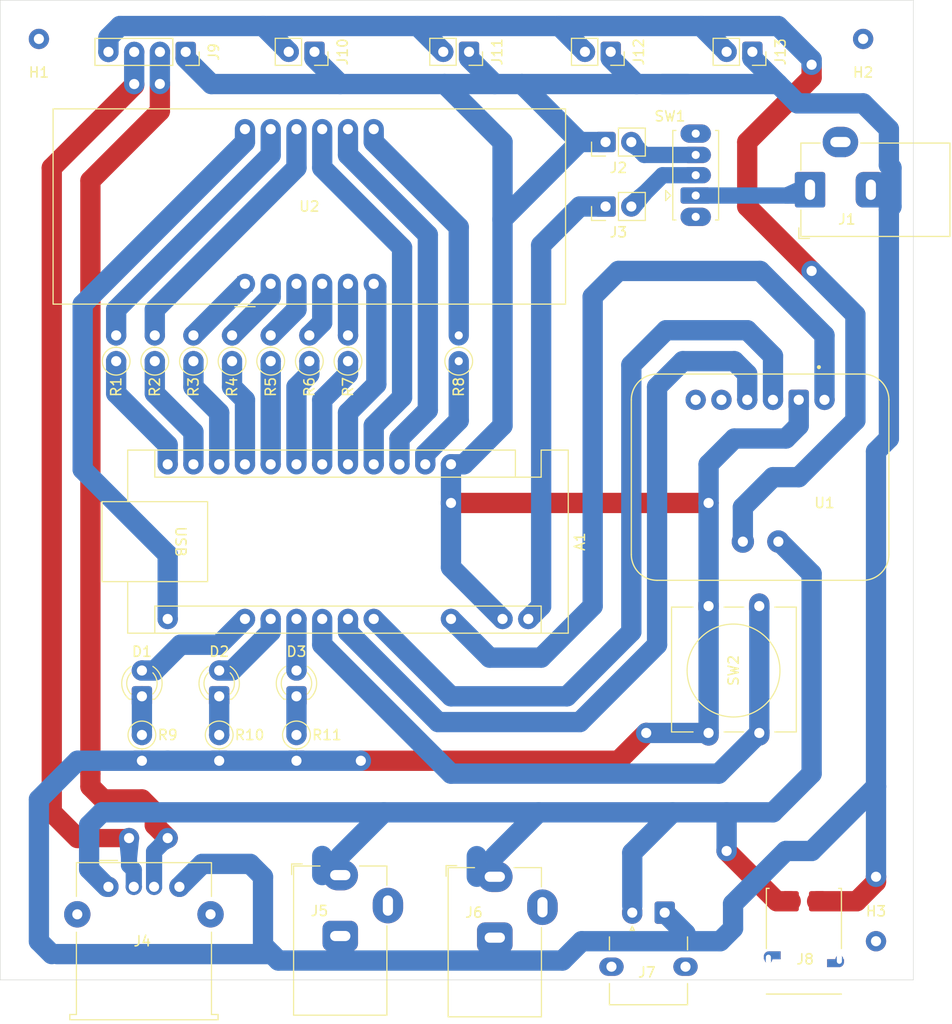
<source format=kicad_pcb>
(kicad_pcb (version 20241229) (generator "pcbnew") (generator_version "9.0")
  (layers (0 "F.Cu" signal) (2 "B.Cu" signal) (13 "F.Paste" user) (15 "B.Paste" user) (5 "F.SilkS" user "F.Silkscreen") (7 "B.SilkS" user "B.Silkscreen") (1 "F.Mask" user) (3 "B.Mask" user) (25 "Edge.Cuts" user))
  (net 0 "")
  (net 1 "I2C_SCL")
  (net 2 "PWR")
  (net 3 "DIG3")
  (net 4 "DIG4")
  (net 5 "Net-(A1-A0)")
  (net 6 "I2C_SDA")
  (net 7 "GND")
  (net 8 "Net-(A1-A1)")
  (net 9 "DIG1")
  (net 10 "Net-(A1-A3)")
  (net 11 "Net-(A1-A2)")
  (net 12 "DIG2")
  (net 13 "5V")
  (net 14 "Net-(J2-Pin_2)")
  (net 15 "VIN+")
  (net 16 "VIN-")
  (net 17 "DATA1+")
  (net 18 "DATA1-")
  (net 19 "SEG_A")
  (net 20 "SEG_F")
  (net 21 "SEG_B")
  (net 22 "SEG_G")
  (net 23 "SEG_C")
  (net 24 "SEG_P")
  (net 25 "SEG_D")
  (net 26 "SEG_E")
  (net 27 "Net-(U2-a)")
  (net 28 "Net-(U2-b)")
  (net 29 "Net-(U2-c)")
  (net 30 "Net-(U2-d)")
  (net 31 "Net-(U2-e)")
  (net 32 "Net-(U2-f)")
  (net 33 "Net-(U2-g)")
  (net 34 "Net-(U2-DPX)")
  (net 35 "Net-(SW1-A)")
  (net 36 "Net-(J3-Pin_2)")
  (net 39 "Net-(D1-K)")
  (net 40 "Net-(D2-K)")
  (net 41 "Net-(D3-K)")
  (footprint "Custom:USB_B_Mini_OTG_THT_Molex_548190519" (layer "F.Cu") (at 158.843 123.19)
    (property "Reference" "J7" (at 1.44 5.61 0) (layer "F.SilkS"))
    (property "Value" "USB_B_Mini" (hide yes))
    (pad "1" thru_hole oval (at 0 -0.275) (size 2 2.2) (drill 1) (layers "*.Cu" "*.Mask") (net 15 "VIN+"))
    (pad "5" thru_hole roundrect (at 3.2 -0.275) (size 2 2.2) (drill 1) (layers "*.Cu" "*.Mask") (roundrect_rratio 0.1388888889) (net 7 "GND"))
    (pad "S1" thru_hole oval (at -2.05 5.05) (size 2.4 1.8) (drill 1) (layers "*.Cu" "*.Mask"))
    (pad "S2" thru_hole oval (at 5.25 5.05) (size 2.4 1.8) (drill 1) (layers "*.Cu" "*.Mask"))
  )
  (footprint "Custom:INA219_Module_Adafruit" (layer "F.Cu") (at 171.45 80.01 180)
    (property "Reference" "U1" (at -6.35 -2.54 0) (layer "F.SilkS"))
    (property "Value" "INA219_Module")
    (pad "1" thru_hole circle (at -6.35 7.62 180) (size 2 2) (drill 1) (layers "*.Cu" "*.Mask") (net 13 "5V"))
    (pad "2" thru_hole roundrect (at -3.81 7.62 180) (size 2 2) (drill 1) (layers "*.Cu" "*.Mask") (roundrect_rratio 0.1388888889) (net 7 "GND"))
    (pad "3" thru_hole circle (at -1.27 7.62 180) (size 2 2) (drill 1) (layers "*.Cu" "*.Mask") (net 1 "I2C_SCL"))
    (pad "4" thru_hole circle (at 1.27 7.62 180) (size 2 2) (drill 1) (layers "*.Cu" "*.Mask") (net 6 "I2C_SDA"))
    (pad "5" thru_hole circle (at 1.7 -6.35 180) (size 2.2 2.2) (drill 1) (layers "*.Cu" "*.Mask") (net 16 "VIN-"))
    (pad "5B" thru_hole circle (at 3.81 7.62 180) (size 2 2) (drill 1) (layers "*.Cu" "*.Mask"))
    (pad "6" thru_hole circle (at -1.8 -6.35 180) (size 2.2 2.2) (drill 1) (layers "*.Cu" "*.Mask") (net 15 "VIN+"))
    (pad "6B" thru_hole circle (at 6.35 7.62 180) (size 2 2) (drill 1) (layers "*.Cu" "*.Mask"))
  )
  (footprint "Connector_PinSocket_2.54mm:PinSocket_1x02_P2.54mm_Vertical" (layer "F.Cu") (at 170.688 38.1 -90)
    (property "Reference" "J13" (at 0 -2.77 90) (layer "F.SilkS"))
    (property "Value" "01x02" (hide yes))
    (pad "1" thru_hole roundrect (at 0 0 270) (size 2 2) (drill 1) (layers "*.Cu" "*.Mask") (roundrect_rratio 0.1388888889) (net 7 "GND"))
    (pad "2" thru_hole circle (at 0 2.54 270) (size 2 2) (drill 1) (layers "*.Cu" "*.Mask") (net 16 "VIN-"))
  )
  (footprint "Resistor_THT:R_Axial_DIN0207_L6.3mm_D2.5mm_P2.54mm_Vertical" (layer "F.Cu") (at 110.49 105.41 -90)
    (property "Reference" "R9" (at 0 -2.54 180) (layer "F.SilkS"))
    (property "Value" "R470" (hide yes))
    (pad "1" thru_hole circle (at 0 0 270) (size 2 2) (drill 1) (layers "*.Cu" "*.Mask") (net 39 "Net-(D1-K)"))
    (pad "2" thru_hole roundrect (at 2.54 0 270) (size 2 2) (drill 1) (layers "*.Cu" "*.Mask") (roundrect_rratio 0.1388888889) (net 7 "GND"))
  )
  (footprint "Resistor_THT:R_Axial_DIN0207_L6.3mm_D2.5mm_P2.54mm_Vertical" (layer "F.Cu") (at 125.73 105.41 -90)
    (property "Reference" "R11" (at 0 -3 180) (layer "F.SilkS"))
    (property "Value" "R470" (hide yes))
    (pad "1" thru_hole circle (at 0 0 270) (size 2 2) (drill 1) (layers "*.Cu" "*.Mask") (net 41 "Net-(D3-K)"))
    (pad "2" thru_hole roundrect (at 2.54 0 270) (size 2 2) (drill 1) (layers "*.Cu" "*.Mask") (roundrect_rratio 0.15625) (net 7 "GND"))
  )
  (footprint "Connector_PinSocket_2.54mm:PinSocket_1x04_P2.54mm_Vertical" (layer "F.Cu") (at 114.808 38.11 -90)
    (property "Reference" "J9" (at 0 -2.77 90) (layer "F.SilkS"))
    (property "Value" "01x04" (hide yes))
    (pad "1" thru_hole roundrect (at 0 0 270) (size 2 2) (drill 1) (layers "*.Cu" "*.Mask") (roundrect_rratio 0.1388888889) (net 7 "GND"))
    (pad "2" thru_hole circle (at 0 2.54 270) (size 2 2) (drill 1) (layers "*.Cu" "*.Mask") (net 17 "DATA1+"))
    (pad "3" thru_hole circle (at 0 5.08 270) (size 2 2) (drill 1) (layers "*.Cu" "*.Mask") (net 18 "DATA1-"))
    (pad "4" thru_hole circle (at 0 7.62 270) (size 2 2) (drill 1) (layers "*.Cu" "*.Mask") (net 16 "VIN-"))
  )
  (footprint "MountingHole:MountingHole_2mm" (layer "F.Cu") (at 182.88 125.73)
    (property "Reference" "H3" (at 0 -2.95 0) (layer "F.SilkS"))
    (property "Value" "MountingHole" (hide yes))
    (pad "" np_thru_hole circle (at 0 0) (size 2 2) (drill 1) (layers "*.Cu" "*.Mask"))
  )
  (footprint "Resistor_THT:R_Axial_DIN0207_L6.3mm_D2.5mm_P2.54mm_Vertical" (layer "F.Cu") (at 119.38 68.58 90)
    (property "Reference" "R4" (at -2.54 0 90) (layer "F.SilkS"))
    (property "Value" "R470" (hide yes))
    (pad "1" thru_hole circle (at 0 0 90) (size 2 2) (drill 1) (layers "*.Cu" "*.Mask") (net 25 "SEG_D"))
    (pad "2" thru_hole circle (at 2.54 0 90) (size 2 2) (drill 1) (layers "*.Cu" "*.Mask") (net 30 "Net-(U2-d)"))
  )
  (footprint "Button_Switch_THT:SW_PUSH-12mm_Wuerth-430476085716" (layer "F.Cu") (at 171.37 92.71 -90)
    (property "Reference" "SW2" (at 6.35 2.54 90) (layer "F.SilkS"))
    (property "Value" "SW_Push" (hide yes))
    (pad "1" thru_hole oval (at 0 0 270) (size 2.5 2) (drill 1) (layers "*.Cu" "*.Mask") (net 10 "Net-(A1-A3)"))
    (pad "1" thru_hole oval (at 12.5 0 270) (size 2.5 2) (drill 1) (layers "*.Cu" "*.Mask") (net 10 "Net-(A1-A3)"))
    (pad "2" thru_hole oval (at 0 5 270) (size 2.5 2) (drill 1) (layers "*.Cu" "*.Mask") (net 7 "GND"))
    (pad "2" thru_hole oval (at 12.5 5 270) (size 2.5 2) (drill 1) (layers "*.Cu" "*.Mask") (net 7 "GND"))
  )
  (footprint "Custom:Arduino_Nano_v3" (layer "F.Cu") (at 148.59 78.74 -90)
    (property "Reference" "A1" (at 7.62 -5.08 90) (layer "F.SilkS"))
    (property "Value" "Arduino_Nano_v3.x")
    (fp_text user "USB" (at 7.62 34.29 270) (layer "F.SilkS"))
    (pad "4" thru_hole circle (at 0 7.62 270) (size 2 2) (drill 1) (layers "*.Cu" "*.Mask") (net 7 "GND"))
    (pad "5" thru_hole circle (at 0 10.16 270) (size 2 2) (drill 1) (layers "*.Cu" "*.Mask") (net 20 "SEG_F"))
    (pad "6" thru_hole circle (at 0 12.7 270) (size 2 2) (drill 1) (layers "*.Cu" "*.Mask") (net 3 "DIG3"))
    (pad "7" thru_hole circle (at 0 15.24 270) (size 2 2) (drill 1) (layers "*.Cu" "*.Mask") (net 12 "DIG2"))
    (pad "8" thru_hole circle (at 0 17.78 270) (size 1.8 1.8) (drill 1) (layers "*.Cu" "*.Mask") (net 4 "DIG4"))
    (pad "9" thru_hole circle (at 0 20.32 270) (size 2 2) (drill 1) (layers "*.Cu" "*.Mask") (net 22 "SEG_G"))
    (pad "10" thru_hole circle (at 0 22.86 270) (size 1.8 1.8) (drill 1) (layers "*.Cu" "*.Mask") (net 23 "SEG_C"))
    (pad "11" thru_hole circle (at 0 25.4 270) (size 2 2) (drill 1) (layers "*.Cu" "*.Mask") (net 24 "SEG_P"))
    (pad "12" thru_hole circle (at 0 27.94 270) (size 2 2) (drill 1) (layers "*.Cu" "*.Mask") (net 25 "SEG_D"))
    (pad "13" thru_hole circle (at 0 30.48 270) (size 2 2) (drill 1) (layers "*.Cu" "*.Mask") (net 26 "SEG_E"))
    (pad "14" thru_hole circle (at 0 33.02 270) (size 2 2) (drill 1) (layers "*.Cu" "*.Mask") (net 21 "SEG_B"))
    (pad "15" thru_hole circle (at 0 35.56 270) (size 2 2) (drill 1) (layers "*.Cu" "*.Mask") (net 19 "SEG_A"))
    (pad "16" thru_hole circle (at 15.24 35.56 270) (size 2 2) (drill 1) (layers "*.Cu" "*.Mask") (net 9 "DIG1"))
    (pad "19" thru_hole circle (at 15.24 27.94 270) (size 2 2) (drill 1) (layers "*.Cu" "*.Mask") (net 5 "Net-(A1-A0)"))
    (pad "20" thru_hole circle (at 15.24 25.4 270) (size 2 2) (drill 1) (layers "*.Cu" "*.Mask") (net 8 "Net-(A1-A1)"))
    (pad "21" thru_hole circle (at 15.24 22.86 270) (size 2 2) (drill 1) (layers "*.Cu" "*.Mask") (net 11 "Net-(A1-A2)"))
    (pad "22" thru_hole circle (at 15.24 20.32 270) (size 1.8 1.8) (drill 1) (layers "*.Cu" "*.Mask") (net 10 "Net-(A1-A3)"))
    (pad "23" thru_hole circle (at 15.24 17.78 270) (size 2 2) (drill 1) (layers "*.Cu" "*.Mask") (net 6 "I2C_SDA"))
    (pad "24" thru_hole circle (at 15.24 15.24 270) (size 2 2) (drill 1) (layers "*.Cu" "*.Mask") (net 1 "I2C_SCL"))
    (pad "27" thru_hole circle (at 15.24 7.62 270) (size 2 2) (drill 1) (layers "*.Cu" "*.Mask") (net 13 "5V"))
    (pad "29" thru_hole circle (at 15.24 2.54 270) (size 2 2) (drill 1) (layers "*.Cu" "*.Mask") (net 7 "GND"))
    (pad "30" thru_hole circle (at 15.24 0 270) (size 2 2) (drill 1) (layers "*.Cu" "*.Mask") (net 2 "PWR"))
  )
  (footprint "Display_7Segment:CA56-12CGKWA" (layer "F.Cu") (at 120.65 60.96 90)
    (property "Reference" "U2" (at 7.62 6.35 180) (layer "F.SilkS"))
    (property "Value" "Display_5641BS")
    (pad "1" thru_hole rect (at 0 0 90) (size 1.5 1.5) (drill 1) (layers "*.Cu" "*.Mask") (net 31 "Net-(U2-e)"))
    (pad "2" thru_hole circle (at 0 2.54 90) (size 1.5 1.5) (drill 1) (layers "*.Cu" "*.Mask") (net 30 "Net-(U2-d)"))
    (pad "3" thru_hole circle (at 0 5.08 90) (size 1.5 1.5) (drill 1) (layers "*.Cu" "*.Mask") (net 34 "Net-(U2-DPX)"))
    (pad "4" thru_hole circle (at 0 7.62 90) (size 1.5 1.5) (drill 1) (layers "*.Cu" "*.Mask") (net 29 "Net-(U2-c)"))
    (pad "5" thru_hole circle (at 0 10.16 90) (size 1.5 1.5) (drill 1) (layers "*.Cu" "*.Mask") (net 33 "Net-(U2-g)"))
    (pad "6" thru_hole circle (at 0 12.7 90) (size 1.5 1.5) (drill 1) (layers "*.Cu" "*.Mask") (net 4 "DIG4"))
    (pad "7" thru_hole circle (at 15.24 12.7 90) (size 1.5 1.5) (drill 1) (layers "*.Cu" "*.Mask") (net 28 "Net-(U2-b)"))
    (pad "8" thru_hole circle (at 15.24 10.16 90) (size 1.5 1.5) (drill 1) (layers "*.Cu" "*.Mask") (net 3 "DIG3"))
    (pad "9" thru_hole circle (at 15.24 7.62 90) (size 1.5 1.5) (drill 1) (layers "*.Cu" "*.Mask") (net 12 "DIG2"))
    (pad "10" thru_hole circle (at 15.24 5.08 90) (size 1.5 1.5) (drill 1) (layers "*.Cu" "*.Mask") (net 32 "Net-(U2-f)"))
    (pad "11" thru_hole circle (at 15.24 2.54 90) (size 1.5 1.5) (drill 1) (layers "*.Cu" "*.Mask") (net 27 "Net-(U2-a)"))
    (pad "12" thru_hole circle (at 15.24 0 90) (size 1.5 1.5) (drill 1) (layers "*.Cu" "*.Mask") (net 9 "DIG1"))
  )
  (footprint "LED_THT:LED_D3.0mm" (layer "F.Cu") (at 125.73 101.6 90)
    (property "Reference" "D3" (at 4.4 0 0) (layer "F.SilkS"))
    (property "Value" "LED" (hide yes))
    (pad "1" thru_hole roundrect (at 0 0 90) (size 2 2) (drill 1) (layers "*.Cu" "*.Mask") (roundrect_rratio 0.1388888889) (net 41 "Net-(D3-K)"))
    (pad "2" thru_hole circle (at 2.54 0 90) (size 2 2) (drill 1) (layers "*.Cu" "*.Mask") (net 11 "Net-(A1-A2)"))
  )
  (footprint "Resistor_THT:R_Axial_DIN0207_L6.3mm_D2.5mm_P2.54mm_Vertical" (layer "F.Cu") (at 111.76 68.58 90)
    (property "Reference" "R2" (at -2.54 0 90) (layer "F.SilkS"))
    (property "Value" "R470" (hide yes))
    (pad "1" thru_hole circle (at 0 0 90) (size 2 2) (drill 1) (layers "*.Cu" "*.Mask") (net 21 "SEG_B"))
    (pad "2" thru_hole circle (at 2.54 0 90) (size 2 2) (drill 1) (layers "*.Cu" "*.Mask") (net 32 "Net-(U2-f)"))
  )
  (footprint "Connector_PinSocket_2.54mm:PinSocket_1x02_P2.54mm_Vertical" (layer "F.Cu") (at 142.748 38.1 -90)
    (property "Reference" "J11" (at 0 -2.77 90) (layer "F.SilkS"))
    (property "Value" "01x02" (hide yes))
    (pad "1" thru_hole roundrect (at 0 0 270) (size 2 2) (drill 1) (layers "*.Cu" "*.Mask") (roundrect_rratio 0.1388888889) (net 7 "GND"))
    (pad "2" thru_hole circle (at 0 2.54 270) (size 2 2) (drill 1) (layers "*.Cu" "*.Mask") (net 16 "VIN-"))
  )
  (footprint "Custom:USB_B_Micro_THT_Amphenol_101181940011LF" (layer "F.Cu") (at 175.768 127.508)
    (property "Reference" "J8" (at 0.127 0 0) (layer "F.SilkS"))
    (property "Value" "USB_B_Micro" (hide yes))
    (pad "1" smd roundrect (at -1.3 -5.715) (size 1.6 2) (layers "F.Cu" "F.Mask" "F.Paste") (roundrect_rratio 0.1388888889) (net 15 "VIN+"))
    (pad "5" smd roundrect (at 1.3 -5.715) (size 1.6 2) (layers "F.Cu" "F.Mask" "F.Paste") (roundrect_rratio 0.1388888889) (net 7 "GND"))
    (pad "S2" thru_hole custom (at -3.5 0) (size 0.775 0.9) (drill oval 0.5 1.15) (layers "*.Cu") (options (clearance outline) (anchor circle)) (primitives (gr_poly (pts (xy -0.25 0) (xy -0.445 0) (xy -0.445 -0.275) (xy -0.444 -0.301) (xy -0.442 -0.327) (xy -0.439 -0.353) (xy -0.434 -0.379) (xy -0.428 -0.404) (xy -0.421 -0.43) (xy -0.412 -0.454) (xy -0.402 -0.478) (xy -0.391 -0.502) (xy -0.378 -0.525) (xy -0.364 -0.547) (xy -0.35 -0.569) (xy -0.334 -0.59) (xy -0.317 -0.61) (xy -0.299 -0.629) (xy -0.28 -0.647) (xy -0.26 -0.664) (xy -0.239 -0.68) (xy -0.217 -0.694) (xy -0.195 -0.708) (xy -0.172 -0.721) (xy -0.148 -0.732) (xy -0.124 -0.742) (xy -0.1 -0.751) (xy -0.074 -0.758) (xy -0.049 -0.764) (xy -0.023 -0.769) (xy 0.003 -0.772) (xy 0.029 -0.774) (xy 0.055 -0.775) (xy 1.2 -0.775) (xy 1.2 0) (xy 0.25 0) (xy 0.25 -0.013) (xy 0.249 -0.026) (xy 0.247 -0.039) (xy 0.245 -0.052) (xy 0.241 -0.065) (xy 0.238 -0.077) (xy 0.233 -0.09) (xy 0.228 -0.102) (xy 0.223 -0.113) (xy 0.217 -0.125) (xy 0.21 -0.136) (xy 0.202 -0.147) (xy 0.194 -0.157) (xy 0.186 -0.167) (xy 0.177 -0.177) (xy 0.167 -0.186) (xy 0.157 -0.194) (xy 0.147 -0.202) (xy 0.136 -0.21) (xy 0.125 -0.217) (xy 0.113 -0.223) (xy 0.102 -0.228) (xy 0.09 -0.233) (xy 0.077 -0.238) (xy 0.065 -0.241) (xy 0.052 -0.245) (xy 0.039 -0.247) (xy 0.026 -0.249) (xy 0.013 -0.25) (xy 0 -0.25) (xy -0.013 -0.25) (xy -0.026 -0.249) (xy -0.039 -0.247) (xy -0.052 -0.245) (xy -0.065 -0.241) (xy -0.077 -0.238) (xy -0.09 -0.233) (xy -0.102 -0.228) (xy -0.113 -0.223) (xy -0.125 -0.217) (xy -0.136 -0.21) (xy -0.147 -0.202) (xy -0.157 -0.194) (xy -0.167 -0.186) (xy -0.177 -0.177) (xy -0.186 -0.167) (xy -0.194 -0.157) (xy -0.202 -0.147) (xy -0.21 -0.136) (xy -0.217 -0.125) (xy -0.223 -0.113) (xy -0.228 -0.102) (xy -0.233 -0.09) (xy -0.238 -0.077) (xy -0.241 -0.065) (xy -0.245 -0.052) (xy -0.247 -0.039) (xy -0.249 -0.026) (xy -0.25 -0.013) (xy -0.25 0)) (width 0.01) (fill yes))))
    (pad "S5" thru_hole custom (at 3.5 0) (size 0.775 0.9) (drill oval 0.5 1.15) (layers "*.Cu") (options (clearance outline) (anchor circle)) (primitives (gr_poly (pts (xy 0.25 0) (xy 0.445 0) (xy 0.445 0.275) (xy 0.444 0.301) (xy 0.442 0.327) (xy 0.439 0.353) (xy 0.434 0.379) (xy 0.428 0.404) (xy 0.421 0.43) (xy 0.412 0.454) (xy 0.402 0.478) (xy 0.391 0.502) (xy 0.378 0.525) (xy 0.364 0.547) (xy 0.35 0.569) (xy 0.334 0.59) (xy 0.317 0.61) (xy 0.299 0.629) (xy 0.28 0.647) (xy 0.26 0.664) (xy 0.239 0.68) (xy 0.217 0.694) (xy 0.195 0.708) (xy 0.172 0.721) (xy 0.148 0.732) (xy 0.124 0.742) (xy 0.1 0.751) (xy 0.074 0.758) (xy 0.049 0.764) (xy 0.023 0.769) (xy -0.003 0.772) (xy -0.029 0.774) (xy -0.055 0.775) (xy -1.2 0.775) (xy -1.2 0) (xy -0.25 0) (xy -0.25 0.013) (xy -0.249 0.026) (xy -0.247 0.039) (xy -0.245 0.052) (xy -0.241 0.065) (xy -0.238 0.077) (xy -0.233 0.09) (xy -0.228 0.102) (xy -0.223 0.113) (xy -0.217 0.125) (xy -0.21 0.136) (xy -0.202 0.147) (xy -0.194 0.157) (xy -0.186 0.167) (xy -0.177 0.177) (xy -0.167 0.186) (xy -0.157 0.194) (xy -0.147 0.202) (xy -0.136 0.21) (xy -0.125 0.217) (xy -0.113 0.223) (xy -0.102 0.228) (xy -0.09 0.233) (xy -0.077 0.238) (xy -0.065 0.241) (xy -0.052 0.245) (xy -0.039 0.247) (xy -0.026 0.249) (xy -0.013 0.25) (xy 0 0.25) (xy 0.013 0.25) (xy 0.026 0.249) (xy 0.039 0.247) (xy 0.052 0.245) (xy 0.065 0.241) (xy 0.077 0.238) (xy 0.09 0.233) (xy 0.102 0.228) (xy 0.113 0.223) (xy 0.125 0.217) (xy 0.136 0.21) (xy 0.147 0.202) (xy 0.157 0.194) (xy 0.167 0.186) (xy 0.177 0.177) (xy 0.186 0.167) (xy 0.194 0.157) (xy 0.202 0.147) (xy 0.21 0.136) (xy 0.217 0.125) (xy 0.223 0.113) (xy 0.228 0.102) (xy 0.233 0.09) (xy 0.238 0.077) (xy 0.241 0.065) (xy 0.245 0.052) (xy 0.247 0.039) (xy 0.249 0.026) (xy 0.25 0.013) (xy 0.25 0)) (width 0.01) (fill yes))))
  )
  (footprint "Resistor_THT:R_Axial_DIN0207_L6.3mm_D2.5mm_P2.54mm_Vertical" (layer "F.Cu") (at 118.11 105.41 -90)
    (property "Reference" "R10" (at 0 -3 180) (layer "F.SilkS"))
    (property "Value" "R470" (hide yes))
    (pad "1" thru_hole circle (at 0 0 270) (size 2 2) (drill 1) (layers "*.Cu" "*.Mask") (net 40 "Net-(D2-K)"))
    (pad "2" thru_hole roundrect (at 2.54 0 270) (size 2 2) (drill 1) (layers "*.Cu" "*.Mask") (roundrect_rratio 0.15625) (net 7 "GND"))
  )
  (footprint "Connector_PinHeader_2.54mm:PinHeader_1x02_P2.54mm_Vertical" (layer "F.Cu") (at 156.21 46.99 90)
    (property "Reference" "J2" (at -2.54 1.27 180) (layer "F.SilkS"))
    (property "Value" "01x02" (hide yes))
    (pad "1" thru_hole roundrect (at 0 0 90) (size 2 2) (drill 1) (layers "*.Cu" "*.Mask") (roundrect_rratio 0.1470588235) (net 7 "GND"))
    (pad "2" thru_hole circle (at 0 2.54 90) (size 2 2) (drill 1) (layers "*.Cu" "*.Mask") (net 14 "Net-(J2-Pin_2)"))
  )
  (footprint "Resistor_THT:R_Axial_DIN0207_L6.3mm_D2.5mm_P2.54mm_Vertical" (layer "F.Cu") (at 141.732 68.58 90)
    (property "Reference" "R8" (at -2.54 0 90) (layer "F.SilkS"))
    (property "Value" "R470" (hide yes))
    (pad "1" thru_hole circle (at 0 0 90) (size 1.6 1.6) (drill 0.8) (layers "*.Cu" "*.Mask") (net 20 "SEG_F"))
    (pad "2" thru_hole circle (at 2.54 0 90) (size 1.6 1.6) (drill 0.8) (layers "*.Cu" "*.Mask") (net 28 "Net-(U2-b)"))
  )
  (footprint "Connector_BarrelJack:BarrelJack_Horizontal" (layer "F.Cu") (at 145.288 119.38 90)
    (property "Reference" "J6" (at -3.53 -2.0525 180) (layer "F.SilkS"))
    (property "Value" "Jack_DC" (hide yes))
    (pad "1" thru_hole oval (at 0 0 90) (size 3 3.5) (drill oval 1 2) (layers "*.Cu" "*.Mask") (net 15 "VIN+"))
    (pad "2" thru_hole roundrect (at -6 0 90) (size 3 3.5) (drill oval 1 2) (layers "*.Cu" "*.Mask") (net 7 "GND"))
    (pad "3" thru_hole oval (at -3 4.7 90) (size 3.5 3) (drill oval 2 1) (layers "*.Cu" "*.Mask"))
  )
  (footprint "Connector_PinHeader_2.54mm:PinHeader_1x02_P2.54mm_Vertical" (layer "F.Cu") (at 156.21 53.34 90)
    (property "Reference" "J3" (at -2.54 1.27 180) (layer "F.SilkS"))
    (property "Value" "01x02" (hide yes))
    (pad "1" thru_hole roundrect (at 0 0 90) (size 2 2) (drill 1) (layers "*.Cu" "*.Mask") (roundrect_rratio 0.125) (net 2 "PWR"))
    (pad "2" thru_hole circle (at 0 2.54 90) (size 2 2) (drill 1) (layers "*.Cu" "*.Mask") (net 36 "Net-(J3-Pin_2)"))
  )
  (footprint "Connector_USB:USB_A_Molex_67643_Horizontal" (layer "F.Cu") (at 107.188 120.37)
    (property "Reference" "J4" (at 3.34 5.36 0) (layer "F.SilkS"))
    (property "Value" "USB_A" (hide yes))
    (pad "1" thru_hole circle (at 0 0) (size 2 2) (drill 1) (layers "*.Cu" "*.Mask") (net 15 "VIN+"))
    (pad "2" thru_hole circle (at 2.5 0) (size 1.6 1.6) (drill 1) (layers "*.Cu" "*.Mask") (net 18 "DATA1-"))
    (pad "3" thru_hole circle (at 4.5 0) (size 1.6 1.6) (drill 1) (layers "*.Cu" "*.Mask") (net 17 "DATA1+"))
    (pad "4" thru_hole circle (at 7 0) (size 2 2) (drill 1) (layers "*.Cu" "*.Mask") (net 7 "GND"))
    (pad "5" thru_hole circle (at -3.07 2.71) (size 2.6 2.6) (drill 1) (layers "*.Cu" "*.Mask"))
    (pad "5" thru_hole circle (at 10.07 2.71) (size 2.6 2.6) (drill 1) (layers "*.Cu" "*.Mask"))
  )
  (footprint "Resistor_THT:R_Axial_DIN0207_L6.3mm_D2.5mm_P2.54mm_Vertical" (layer "F.Cu") (at 123.19 68.58 90)
    (property "Reference" "R5" (at -2.54 0 90) (layer "F.SilkS"))
    (property "Value" "R470" (hide yes))
    (pad "1" thru_hole circle (at 0 0 90) (size 2 2) (drill 1) (layers "*.Cu" "*.Mask") (net 24 "SEG_P"))
    (pad "2" thru_hole circle (at 2.54 0 90) (size 2 2) (drill 1) (layers "*.Cu" "*.Mask") (net 34 "Net-(U2-DPX)"))
  )
  (footprint "MountingHole:MountingHole_2mm" (layer "F.Cu") (at 100.33 36.83)
    (property "Reference" "H1" (at 0 3.3 0) (layer "F.SilkS"))
    (property "Value" "MountingHole" (hide yes))
    (pad "" np_thru_hole circle (at 0 0) (size 2 2) (drill 1) (layers "*.Cu" "*.Mask"))
  )
  (footprint "Connector_BarrelJack:BarrelJack_Horizontal" (layer "F.Cu") (at 130.048 119.21825 90)
    (property "Reference" "J5" (at -3.53 -2.0525 180) (layer "F.SilkS"))
    (property "Value" "Jack_DC" (hide yes))
    (pad "1" thru_hole oval (at 0 0 90) (size 3 3.5) (drill oval 1 2) (layers "*.Cu" "*.Mask") (net 15 "VIN+"))
    (pad "2" thru_hole roundrect (at -6 0 90) (size 3 3.5) (drill oval 1 2) (layers "*.Cu" "*.Mask") (net 7 "GND"))
    (pad "3" thru_hole oval (at -3 4.7 90) (size 3.5 3) (drill oval 2 1) (layers "*.Cu" "*.Mask"))
  )
  (footprint "Resistor_THT:R_Axial_DIN0207_L6.3mm_D2.5mm_P2.54mm_Vertical" (layer "F.Cu") (at 130.81 68.58 90)
    (property "Reference" "R7" (at -2.54 0 90) (layer "F.SilkS"))
    (property "Value" "R470" (hide yes))
    (pad "1" thru_hole circle (at 0 0 90) (size 2 2) (drill 1) (layers "*.Cu" "*.Mask") (net 22 "SEG_G"))
    (pad "2" thru_hole circle (at 2.54 0 90) (size 2 2) (drill 1) (layers "*.Cu" "*.Mask") (net 33 "Net-(U2-g)"))
  )
  (footprint "Connector_PinSocket_2.54mm:PinSocket_1x02_P2.54mm_Vertical" (layer "F.Cu") (at 156.718 38.1 -90)
    (property "Reference" "J12" (at 0 -2.77 90) (layer "F.SilkS"))
    (property "Value" "01x02" (hide yes))
    (pad "1" thru_hole roundrect (at 0 0 270) (size 2 2) (drill 1) (layers "*.Cu" "*.Mask") (roundrect_rratio 0.1470588235) (net 7 "GND"))
    (pad "2" thru_hole circle (at 0 2.54 270) (size 2 2) (drill 1) (layers "*.Cu" "*.Mask") (net 16 "VIN-"))
  )
  (footprint "Connector_PinSocket_2.54mm:PinSocket_1x02_P2.54mm_Vertical" (layer "F.Cu") (at 127.508 38.1 -90)
    (property "Reference" "J10" (at 0 -2.77 90) (layer "F.SilkS"))
    (property "Value" "01x02" (hide yes))
    (pad "1" thru_hole roundrect (at 0 0 270) (size 2 2) (drill 1) (layers "*.Cu" "*.Mask") (roundrect_rratio 0.125) (net 7 "GND"))
    (pad "2" thru_hole circle (at 0 2.54 270) (size 2 2) (drill 1) (layers "*.Cu" "*.Mask") (net 16 "VIN-"))
  )
  (footprint "Connector_BarrelJack:BarrelJack_Horizontal" (layer "F.Cu") (at 176.372 51.69 180)
    (property "Reference" "J1" (at -3.635 -2.92 0) (layer "F.SilkS"))
    (property "Value" "Jack_DC" (hide yes))
    (pad "1" thru_hole roundrect (at 0 0 180) (size 3 3.5) (drill oval 1 2) (layers "*.Cu" "*.Mask") (roundrect_rratio 0.08333333333) (net 35 "Net-(SW1-A)"))
    (pad "2" thru_hole roundrect (at -6 0 180) (size 3 3.5) (drill oval 1 2) (layers "*.Cu" "*.Mask") (net 7 "GND"))
    (pad "3" thru_hole oval (at -3 4.7 180) (size 3.5 3) (drill oval 2 1) (layers "*.Cu" "*.Mask"))
  )
  (footprint "Resistor_THT:R_Axial_DIN0207_L6.3mm_D2.5mm_P2.54mm_Vertical" (layer "F.Cu") (at 115.57 68.58 90)
    (property "Reference" "R3" (at -2.54 0 90) (layer "F.SilkS"))
    (property "Value" "R470" (hide yes))
    (pad "1" thru_hole circle (at 0 0 90) (size 2 2) (drill 1) (layers "*.Cu" "*.Mask") (net 26 "SEG_E"))
    (pad "2" thru_hole circle (at 2.54 0 90) (size 2 2) (drill 1) (layers "*.Cu" "*.Mask") (net 31 "Net-(U2-e)"))
  )
  (footprint "LED_THT:LED_D3.0mm" (layer "F.Cu") (at 110.49 101.6 90)
    (property "Reference" "D1" (at 4.4 0 0) (layer "F.SilkS"))
    (property "Value" "LED" (hide yes))
    (pad "1" thru_hole roundrect (at 0 0 90) (size 2 2) (drill 1) (layers "*.Cu" "*.Mask") (roundrect_rratio 0.1388888889) (net 39 "Net-(D1-K)"))
    (pad "2" thru_hole circle (at 2.54 0 90) (size 2 2) (drill 1) (layers "*.Cu" "*.Mask") (net 5 "Net-(A1-A0)"))
  )
  (footprint "LED_THT:LED_D3.0mm" (layer "F.Cu") (at 118.11 101.6 90)
    (property "Reference" "D2" (at 4.4 0 0) (layer "F.SilkS"))
    (property "Value" "LED" (hide yes))
    (pad "1" thru_hole roundrect (at 0 0 90) (size 2 2) (drill 1) (layers "*.Cu" "*.Mask") (roundrect_rratio 0.1388888889) (net 40 "Net-(D2-K)"))
    (pad "2" thru_hole circle (at 2.54 0 90) (size 2 2) (drill 1) (layers "*.Cu" "*.Mask") (net 8 "Net-(A1-A1)"))
  )
  (footprint "Button_Switch_THT:SW_Slide_SPDT_Straight_CK_OS102011MS2Q" (layer "F.Cu") (at 165.1 52.26 90)
    (property "Reference" "SW1" (at 7.81 -2.54 180) (layer "F.SilkS"))
    (property "Value" "SW_SPDT" (hide yes))
    (pad "" thru_hole oval (at -2.1 0 90) (size 1.8 3) (drill 0.8) (layers "*.Cu" "*.Mask"))
    (pad "" thru_hole oval (at 6.1 0 90) (size 1.8 3) (drill 0.8) (layers "*.Cu" "*.Mask"))
    (pad "1" thru_hole roundrect (at 0 0 90) (size 1.6 3) (drill 0.8) (layers "*.Cu" "*.Mask") (roundrect_rratio 0.1666666667) (net 35 "Net-(SW1-A)"))
    (pad "2" thru_hole oval (at 2 0 90) (size 1.6 3) (drill 0.8) (layers "*.Cu" "*.Mask") (net 36 "Net-(J3-Pin_2)"))
    (pad "3" thru_hole oval (at 4 0 90) (size 1.6 3) (drill 0.8) (layers "*.Cu" "*.Mask") (net 14 "Net-(J2-Pin_2)"))
  )
  (footprint "MountingHole:MountingHole_2mm" (layer "F.Cu") (at 181.61 36.83)
    (property "Reference" "H2" (at 0 3.3 0) (layer "F.SilkS"))
    (property "Value" "MountingHole" (hide yes))
    (pad "" np_thru_hole circle (at 0 0) (size 2 2) (drill 1) (layers "*.Cu" "*.Mask"))
  )
  (footprint "Resistor_THT:R_Axial_DIN0207_L6.3mm_D2.5mm_P2.54mm_Vertical" (layer "F.Cu") (at 107.95 68.58 90)
    (property "Reference" "R1" (at -2.54 0 90) (layer "F.SilkS"))
    (property "Value" "R470" (hide yes))
    (pad "1" thru_hole circle (at 0 0 90) (size 2 2) (drill 1) (layers "*.Cu" "*.Mask") (net 19 "SEG_A"))
    (pad "2" thru_hole circle (at 2.54 0 90) (size 2 2) (drill 1) (layers "*.Cu" "*.Mask") (net 27 "Net-(U2-a)"))
  )
  (footprint "Resistor_THT:R_Axial_DIN0207_L6.3mm_D2.5mm_P2.54mm_Vertical" (layer "F.Cu") (at 127 68.58 90)
    (property "Reference" "R6" (at -2.54 0 90) (layer "F.SilkS"))
    (property "Value" "R470" (hide yes))
    (pad "1" thru_hole circle (at 0 0 90) (size 2 2) (drill 1) (layers "*.Cu" "*.Mask") (net 23 "SEG_C"))
    (pad "2" thru_hole circle (at 2.54 0 90) (size 2 2) (drill 1) (layers "*.Cu" "*.Mask") (net 29 "Net-(U2-c)"))
  )
  (gr_line (start 96.52 129.54) (end 186.563 129.54) (stroke (width 0.05)) (layer "Edge.Cuts"))
  (gr_line (start 186.563 129.54) (end 186.563 33.02) (stroke (width 0.05)) (layer "Edge.Cuts"))
  (gr_line (start 96.52 33.02) (end 96.52 129.54) (stroke (width 0.05)) (layer "Edge.Cuts"))
  (gr_line (start 186.563 33.02) (end 96.52 33.02) (stroke (width 0.05)) (layer "Edge.Cuts"))
  (segment (start 162.179 65.532) (end 170.18 65.532) (width 2) (layer "B.Cu") (net 1))
  (segment (start 133.35 93.98) (end 140.97 101.6) (width 2) (layer "B.Cu") (net 1))
  (segment (start 158.75 95.25) (end 158.75 68.961) (width 2) (layer "B.Cu") (net 1))
  (segment (start 152.4 101.6) (end 158.75 95.25) (width 2) (layer "B.Cu") (net 1))
  (segment (start 170.18 65.532) (end 172.72 68.072) (width 2) (layer "B.Cu") (net 1))
  (segment (start 140.97 101.6) (end 152.4 101.6) (width 2) (layer "B.Cu") (net 1))
  (segment (start 158.75 68.961) (end 162.179 65.532) (width 2) (layer "B.Cu") (net 1))
  (segment (start 172.72 68.072) (end 172.72 72.39) (width 2) (layer "B.Cu") (net 1))
  (segment (start 156.21 53.34) (end 153.67 53.34) (width 2) (layer "B.Cu") (net 2))
  (segment (start 149.86 92.71) (end 149.86 57.15) (width 2) (layer "B.Cu") (net 2))
  (segment (start 148.59 93.98) (end 149.86 92.71) (width 2) (layer "B.Cu") (net 2))
  (segment (start 153.67 53.34) (end 149.86 57.15) (width 2) (layer "B.Cu") (net 2))
  (segment (start 135.89 76.2) (end 138.684 73.406) (width 2) (layer "B.Cu") (net 3))
  (segment (start 138.684 56.134) (end 130.81 48.26) (width 2) (layer "B.Cu") (net 3))
  (segment (start 135.89 78.74) (end 135.89 76.2) (width 2) (layer "B.Cu") (net 3))
  (segment (start 130.81 48.26) (end 130.81 45.72) (width 2) (layer "B.Cu") (net 3))
  (segment (start 138.684 73.406) (end 138.684 56.134) (width 2) (layer "B.Cu") (net 3))
  (segment (start 133.604 70.866) (end 130.81 73.66) (width 2) (layer "B.Cu") (net 4))
  (segment (start 130.81 73.66) (end 130.81 78.74) (width 2) (layer "B.Cu") (net 4))
  (segment (start 133.35 60.96) (end 133.604 61.214) (width 2) (layer "B.Cu") (net 4))
  (segment (start 133.604 61.214) (end 133.604 70.866) (width 2) (layer "B.Cu") (net 4))
  (segment (start 111.76 99.06) (end 110.49 99.06) (width 2) (layer "B.Cu") (net 5))
  (segment (start 114.3 96.52) (end 111.76 99.06) (width 2) (layer "B.Cu") (net 5))
  (segment (start 120.65 93.98) (end 118.11 96.52) (width 2) (layer "B.Cu") (net 5))
  (segment (start 118.11 96.52) (end 114.3 96.52) (width 2) (layer "B.Cu") (net 5))
  (segment (start 170.18 69.85) (end 168.91 68.58) (width 2) (layer "B.Cu") (net 6))
  (segment (start 153.67 104.14) (end 161.29 96.52) (width 2) (layer "B.Cu") (net 6))
  (segment (start 163.83 68.58) (end 161.29 71.12) (width 2) (layer "B.Cu") (net 6))
  (segment (start 170.18 72.39) (end 170.18 69.85) (width 2) (layer "B.Cu") (net 6))
  (segment (start 130.81 93.98) (end 130.81 95.25) (width 2) (layer "B.Cu") (net 6))
  (segment (start 139.7 104.14) (end 153.67 104.14) (width 2) (layer "B.Cu") (net 6))
  (segment (start 130.81 95.25) (end 139.7 104.14) (width 2) (layer "B.Cu") (net 6))
  (segment (start 168.91 68.58) (end 163.83 68.58) (width 2) (layer "B.Cu") (net 6))
  (segment (start 161.29 71.12) (end 161.29 96.52) (width 2) (layer "B.Cu") (net 6))
  (segment (start 182.88 119.38) (end 182.88 119.888) (width 2) (layer "F.Cu") (net 7))
  (segment (start 157.48 107.95) (end 160.22 105.21) (width 2) (layer "F.Cu") (net 7))
  (segment (start 166.37 82.55) (end 140.97 82.55) (width 2) (layer "F.Cu") (net 7))
  (segment (start 180.975 121.793) (end 177.068 121.793) (width 2) (layer "F.Cu") (net 7))
  (segment (start 182.88 119.888) (end 180.975 121.793) (width 2) (layer "F.Cu") (net 7))
  (segment (start 132.08 107.95) (end 157.48 107.95) (width 2) (layer "F.Cu") (net 7))
  (via (at 160.22 105.21) (size 2) (drill 1) (layers "F.Cu" "B.Cu") (net 7))
  (via (at 166.37 82.55) (size 2) (drill 1) (layers "F.Cu" "B.Cu") (net 7))
  (via (at 182.88 119.38) (size 2) (drill 1) (layers "F.Cu" "B.Cu") (net 7))
  (via (at 132.08 107.95) (size 2) (drill 1) (layers "F.Cu" "B.Cu") (net 7))
  (via (at 140.97 82.55) (size 2) (drill 1) (layers "F.Cu" "B.Cu") (net 7))
  (segment (start 151.9555 127.635) (end 153.8605 125.73) (width 2) (layer "B.Cu") (net 7))
  (segment (start 146.05 54.61) (end 146.05 74.93) (width 2) (layer "B.Cu") (net 7))
  (segment (start 166.37 105.21) (end 160.22 105.21) (width 2) (layer "B.Cu") (net 7))
  (segment (start 164.338 41.275) (end 147.955 41.275) (width 2) (layer "B.Cu") (net 7))
  (segment (start 125.73 107.95) (end 132.08 107.95) (width 2) (layer "B.Cu") (net 7))
  (segment (start 184.15 76.2) (end 184.15 53.594) (width 2) (layer "B.Cu") (net 7))
  (segment (start 153.67 46.99) (end 146.05 54.61) (width 2) (layer "B.Cu") (net 7))
  (segment (start 175.133 43.18) (end 173.228 41.275) (width 2) (layer "B.Cu") (net 7))
  (segment (start 164.093 124.965) (end 162.043 122.915) (width 2) (layer "B.Cu") (net 7))
  (segment (start 184.404 49.53) (end 184.15 49.276) (width 2) (layer "B.Cu") (net 7))
  (segment (start 170.688 38.1) (end 170.688 38.735) (width 2) (layer "B.Cu") (net 7))
  (segment (start 156.21 46.99) (end 153.67 46.99) (width 2) (layer "B.Cu") (net 7))
  (segment (start 122.428 119.38) (end 122.428 126.111) (width 2) (layer "B.Cu") (net 7))
  (segment (start 176.53 116.84) (end 182.88 110.49) (width 2) (layer "B.Cu") (net 7))
  (segment (start 146.05 93.98) (end 140.97 88.9) (width 2) (layer "B.Cu") (net 7))
  (segment (start 113.03 107.95) (end 110.49 107.95) (width 2) (layer "B.Cu") (net 7))
  (segment (start 164.093 125.73) (end 164.093 124.965) (width 2) (layer "B.Cu") (net 7))
  (segment (start 146.05 74.93) (end 142.24 78.74) (width 2) (layer "B.Cu") (net 7))
  (segment (start 166.37 78.74) (end 166.37 82.55) (width 2) (layer "B.Cu") (net 7))
  (segment (start 117.338 41.275) (end 114.798 38.735) (width 2) (layer "B.Cu") (net 7))
  (segment (start 146.05 54.61) (end 146.05 46.99) (width 2) (layer "B.Cu") (net 7))
  (segment (start 114.188 120.37) (end 116.448 118.11) (width 2) (layer "B.Cu") (net 7))
  (segment (start 100.33 125.73) (end 101.6 127) (width 2) (layer "B.Cu") (net 7))
  (segment (start 123.952 127.635) (end 151.9555 127.635) (width 2) (layer "B.Cu") (net 7))
  (segment (start 167.513 125.73) (end 168.783 124.46) (width 2) (layer "B.Cu") (net 7))
  (segment (start 140.97 82.55) (end 140.97 78.74) (width 2) (layer "B.Cu") (net 7))
  (segment (start 142.748 38.735) (end 145.288 41.275) (width 2) (layer "B.Cu") (net 7))
  (segment (start 156.718 38.735) (end 159.258 41.275) (width 2) (layer "B.Cu") (net 7))
  (segment (start 168.783 124.46) (end 168.783 122.047) (width 2) (layer "B.Cu") (net 7))
  (segment (start 125.73 107.95) (end 113.03 107.95) (width 2) (layer "B.Cu") (net 7))
  (segment (start 184.15 53.594) (end 184.404 53.34) (width 2) (layer "B.Cu") (net 7))
  (segment (start 116.448 118.11) (end 121.158 118.11) (width 2) (layer "B.Cu") (net 7))
  (segment (start 140.97 88.9) (end 140.97 82.55) (width 2) (layer "B.Cu") (net 7))
  (segment (start 170.688 38.735) (end 173.228 41.275) (width 2) (layer "B.Cu") (net 7))
  (segment (start 166.37 82.55) (end 166.37 92.71) (width 2) (layer "B.Cu") (net 7))
  (segment (start 166.37 105.21) (end 166.37 92.71) (width 2) (layer "B.Cu") (net 7))
  (segment (start 102.108 127) (end 123.317 127) (width 2) (layer "B.Cu") (net 7))
  (segment (start 168.91 76.2) (end 173.99 76.2) (width 2) (layer "B.Cu") (net 7))
  (segment (start 153.67 46.99) (end 147.955 41.275) (width 2) (layer "B.Cu") (net 7))
  (segment (start 168.783 122.047) (end 173.99 116.84) (width 2) (layer "B.Cu") (net 7))
  (segment (start 173.99 76.2) (end 175.26 74.93) (width 2) (layer "B.Cu") (net 7))
  (segment (start 110.49 107.95) (end 104.14 107.95) (width 2) (layer "B.Cu") (net 7))
  (segment (start 146.05 46.99) (end 140.335 41.275) (width 2) (layer "B.Cu") (net 7))
  (segment (start 127.508 38.735) (end 130.048 41.275) (width 2) (layer "B.Cu") (net 7))
  (segment (start 182.88 110.49) (end 182.88 77.47) (width 2) (layer "B.Cu") (net 7))
  (segment (start 153.8605 125.73) (end 167.513 125.73) (width 2) (layer "B.Cu") (net 7))
  (segment (start 173.99 116.84) (end 176.53 116.84) (width 2) (layer "B.Cu") (net 7))
  (segment (start 181.61 43.18) (end 175.133 43.18) (width 2) (layer "B.Cu") (net 7))
  (segment (start 184.15 45.72) (end 181.61 43.18) (width 2) (layer "B.Cu") (net 7))
  (segment (start 104.14 107.95) (end 100.33 111.76) (width 2) (layer "B.Cu") (net 7))
  (segment (start 140.335 41.275) (end 117.338 41.275) (width 2) (layer "B.Cu") (net 7))
  (segment (start 184.15 49.276) (end 184.15 45.72) (width 2) (layer "B.Cu") (net 7))
  (segment (start 184.404 53.34) (end 184.404 49.53) (width 2) (layer "B.Cu") (net 7))
  (segment (start 175.26 74.93) (end 175.26 72.39) (width 2) (layer "B.Cu") (net 7))
  (segment (start 147.955 41.275) (end 140.335 41.275) (width 2) (layer "B.Cu") (net 7))
  (segment (start 182.88 119.38) (end 182.88 110.49) (width 2) (layer "B.Cu") (net 7))
  (segment (start 123.952 127.635) (end 122.428 126.111) (width 2) (layer "B.Cu") (net 7))
  (segment (start 121.158 118.11) (end 122.428 119.38) (width 2) (layer "B.Cu") (net 7))
  (segment (start 182.88 77.47) (end 184.15 76.2) (width 2) (layer "B.Cu") (net 7))
  (segment (start 166.37 78.74) (end 168.91 76.2) (width 2) (layer "B.Cu") (net 7))
  (segment (start 100.33 111.76) (end 100.33 125.73) (width 2) (layer "B.Cu") (net 7))
  (segment (start 142.24 78.74) (end 140.97 78.74) (width 2) (layer "B.Cu") (net 7))
  (segment (start 161.798 41.275) (end 173.228 41.275) (width 2) (layer "B.Cu") (net 7))
  (segment (start 119.38 99.06) (end 118.11 99.06) (width 2) (layer "B.Cu") (net 8))
  (segment (start 123.19 93.98) (end 123.19 95.25) (width 2) (layer "B.Cu") (net 8))
  (segment (start 123.19 95.25) (end 119.38 99.06) (width 2) (layer "B.Cu") (net 8))
  (segment (start 113.03 87.63) (end 104.648 79.248) (width 2) (layer "B.Cu") (net 9))
  (segment (start 113.03 93.98) (end 113.03 87.63) (width 2) (layer "B.Cu") (net 9))
  (segment (start 104.648 79.248) (end 104.648 62.992) (width 2) (layer "B.Cu") (net 9))
  (segment (start 104.648 62.992) (end 120.65 46.99) (width 2) (layer "B.Cu") (net 9))
  (segment (start 120.65 46.99) (end 120.65 45.72) (width 2) (layer "B.Cu") (net 9))
  (segment (start 171.37 105.21) (end 171.37 92.71) (width 2) (layer "B.Cu") (net 10))
  (segment (start 128.27 93.98) (end 128.27 96.52) (width 2) (layer "B.Cu") (net 10))
  (segment (start 140.97 109.22) (end 167.36 109.22) (width 2) (layer "B.Cu") (net 10))
  (segment (start 128.27 96.52) (end 140.97 109.22) (width 2) (layer "B.Cu") (net 10))
  (segment (start 167.36 109.22) (end 171.37 105.21) (width 2) (layer "B.Cu") (net 10))
  (segment (start 125.73 93.98) (end 125.73 99.06) (width 2) (layer "B.Cu") (net 11))
  (segment (start 136.144 57.404) (end 128.27 49.53) (width 2) (layer "B.Cu") (net 12))
  (segment (start 133.35 78.74) (end 133.35 74.93) (width 2) (layer "B.Cu") (net 12))
  (segment (start 128.27 49.53) (end 128.27 45.72) (width 2) (layer "B.Cu") (net 12))
  (segment (start 136.144 72.136) (end 136.144 57.404) (width 2) (layer "B.Cu") (net 12))
  (segment (start 133.35 74.93) (end 136.144 72.136) (width 2) (layer "B.Cu") (net 12))
  (segment (start 144.78 97.79) (end 149.86 97.79) (width 2) (layer "B.Cu") (net 13))
  (segment (start 177.8 66.04) (end 177.8 72.39) (width 2) (layer "B.Cu") (net 13))
  (segment (start 154.94 62.23) (end 157.48 59.69) (width 2) (layer "B.Cu") (net 13))
  (segment (start 149.86 97.79) (end 154.94 92.71) (width 2) (layer "B.Cu") (net 13))
  (segment (start 157.48 59.69) (end 171.45 59.69) (width 2) (layer "B.Cu") (net 13))
  (segment (start 140.97 93.98) (end 144.78 97.79) (width 2) (layer "B.Cu") (net 13))
  (segment (start 171.45 59.69) (end 177.8 66.04) (width 2) (layer "B.Cu") (net 13))
  (segment (start 154.94 92.71) (end 154.94 62.23) (width 2) (layer "B.Cu") (net 13))
  (segment (start 160.02 48.26) (end 158.75 46.99) (width 1.6) (layer "B.Cu") (net 14))
  (segment (start 165.1 48.26) (end 160.02 48.26) (width 1.6) (layer "B.Cu") (net 14))
  (segment (start 173.101 121.793) (end 174.468 121.793) (width 2) (layer "F.Cu") (net 15))
  (segment (start 168.148 116.84) (end 173.101 121.793) (width 2) (layer "F.Cu") (net 15))
  (via (at 168.148 116.84) (size 2) (drill 1) (layers "F.Cu" "B.Cu") (net 15))
  (segment (start 162.823 113.03) (end 158.843 117.01) (width 2) (layer "B.Cu") (net 15))
  (segment (start 105.283 114.3) (end 106.553 113.03) (width 2) (layer "B.Cu") (net 15))
  (segment (start 158.843 117.01) (end 158.843 122.259) (width 2) (layer "B.Cu") (net 15))
  (segment (start 128.27 117.3275) (end 128.27 119.21825) (width 2) (layer "B.Cu") (net 15))
  (segment (start 168.148 113.03) (end 168.148 116.84) (width 2) (layer "B.Cu") (net 15))
  (segment (start 105.283 118.63) (end 105.283 114.3) (width 2) (layer "B.Cu") (net 15))
  (segment (start 176.53 89.524) (end 173.25 86.244) (width 2) (layer "B.Cu") (net 15))
  (segment (start 143.51 117.348) (end 143.51 119.38) (width 2) (layer "B.Cu") (net 15))
  (segment (start 106.553 113.03) (end 172.72 113.03) (width 2) (layer "B.Cu") (net 15))
  (segment (start 134.3455 113.03) (end 130.048 117.3275) (width 2) (layer "B.Cu") (net 15))
  (segment (start 149.606 113.03) (end 145.288 117.348) (width 2) (layer "B.Cu") (net 15))
  (segment (start 172.72 113.03) (end 176.53 109.22) (width 2) (layer "B.Cu") (net 15))
  (segment (start 107.023 120.37) (end 105.283 118.63) (width 2) (layer "B.Cu") (net 15))
  (segment (start 176.53 109.22) (end 176.53 89.524) (width 2) (layer "B.Cu") (net 15))
  (segment (start 170.18 46.99) (end 176.53 40.64) (width 2) (layer "F.Cu") (net 16))
  (segment (start 170.18 46.99) (end 170.18 53.34) (width 2) (layer "F.Cu") (net 16))
  (segment (start 176.53 40.64) (end 176.53 39.37) (width 2) (layer "F.Cu") (net 16))
  (segment (start 176.53 59.69) (end 170.18 53.34) (width 2) (layer "F.Cu") (net 16))
  (via (at 176.53 59.69) (size 2) (drill 1) (layers "F.Cu" "B.Cu") (net 16))
  (via (at 176.53 39.37) (size 2) (drill 1) (layers "F.Cu" "B.Cu") (net 16))
  (segment (start 176.53 38.862) (end 173.228 35.56) (width 2) (layer "B.Cu") (net 16))
  (segment (start 154.178 38.1) (end 151.638 35.56) (width 2) (layer "B.Cu") (net 16))
  (segment (start 169.75 82.98) (end 172.72 80.01) (width 2) (layer "B.Cu") (net 16))
  (segment (start 173.228 35.56) (end 108.323787 35.56) (width 2) (layer "B.Cu") (net 16))
  (segment (start 107.188 38.11) (end 107.178 38.11) (width 2) (layer "B.Cu") (net 16))
  (segment (start 176.53 39.37) (end 176.53 38.862) (width 2) (layer "B.Cu") (net 16))
  (segment (start 180.848 64.008) (end 176.53 59.69) (width 2) (layer "B.Cu") (net 16))
  (segment (start 172.72 80.01) (end 175.26 80.01) (width 2) (layer "B.Cu") (net 16))
  (segment (start 108.323787 35.56) (end 107.188 36.695787) (width 2) (layer "B.Cu") (net 16))
  (segment (start 107.188 36.695787) (end 107.188 38.11) (width 2) (layer "B.Cu") (net 16))
  (segment (start 175.26 80.01) (end 180.848 74.422) (width 2) (layer "B.Cu") (net 16))
  (segment (start 140.208 38.1) (end 137.668 35.56) (width 2) (layer "B.Cu") (net 16))
  (segment (start 180.848 74.422) (end 180.848 64.008) (width 2) (layer "B.Cu") (net 16))
  (segment (start 169.75 82.98) (end 169.75 86.36) (width 2) (layer "B.Cu") (net 16))
  (segment (start 168.148 38.1) (end 165.608 35.56) (width 2) (layer "B.Cu") (net 16))
  (segment (start 124.968 38.1) (end 122.428 35.56) (width 2) (layer "B.Cu") (net 16))
  (segment (start 110.49 111.76) (end 106.68 111.76) (width 2) (layer "F.Cu") (net 17))
  (segment (start 106.68 111.76) (end 105.41 110.49) (width 2) (layer "F.Cu") (net 17))
  (segment (start 105.41 110.49) (end 105.41 109.22) (width 2) (layer "F.Cu") (net 17))
  (segment (start 113.03 115.57) (end 111.76 114.3) (width 2) (layer "F.Cu") (net 17))
  (segment (start 112.258 41.265) (end 112.258 43.952) (width 2) (layer "F.Cu") (net 17))
  (segment (start 112.258 43.952) (end 105.41 50.8) (width 2) (layer "F.Cu") (net 17))
  (segment (start 111.76 114.3) (end 111.76 113.03) (width 2) (layer "F.Cu") (net 17))
  (segment (start 111.76 113.03) (end 110.49 111.76) (width 2) (layer "F.Cu") (net 17))
  (segment (start 105.41 50.8) (end 105.41 109.22) (width 2) (layer "F.Cu") (net 17))
  (via (at 113.03 115.57) (size 2) (drill 1) (layers "F.Cu" "B.Cu") (net 17))
  (via (at 112.258 41.265) (size 2) (drill 1) (layers "F.Cu" "B.Cu") (net 17))
  (segment (start 111.688 116.912) (end 113.03 115.57) (width 1.6) (layer "B.Cu") (net 17))
  (segment (start 112.258 38.1) (end 112.258 41.265) (width 2) (layer "B.Cu") (net 17))
  (segment (start 111.688 120.37) (end 111.688 116.912) (width 1.6) (layer "B.Cu") (net 17))
  (segment (start 112.258 41.265) (end 112.268 41.275) (width 1) (layer "B.Cu") (net 17))
  (segment (start 101.6 49.53) (end 101.6 113.03) (width 2) (layer "F.Cu") (net 18))
  (segment (start 109.728 41.402) (end 101.6 49.53) (width 2) (layer "F.Cu") (net 18))
  (segment (start 109.728 41.275) (end 109.728 41.402) (width 1) (layer "F.Cu") (net 18))
  (segment (start 104.14 115.57) (end 101.6 113.03) (width 2) (layer "F.Cu") (net 18))
  (segment (start 109.22 115.57) (end 104.14 115.57) (width 1.8) (layer "F.Cu") (net 18))
  (via (at 109.22 115.57) (size 2) (drill 1) (layers "F.Cu" "B.Cu") (net 18))
  (via (at 109.728 41.275) (size 2) (drill 1) (layers "F.Cu" "B.Cu") (net 18))
  (segment (start 109.728 41.275) (end 109.728 38.11) (width 2) (layer "B.Cu") (net 18))
  (segment (start 109.718 41.265) (end 109.728 41.275) (width 1) (layer "B.Cu") (net 18))
  (segment (start 109.688 120.37) (end 109.688 118.705) (width 1.6) (layer "B.Cu") (net 18))
  (segment (start 109.22 118.237) (end 109.22 115.57) (width 1.6) (layer "B.Cu") (net 18))
  (segment (start 109.688 118.705) (end 109.22 118.237) (width 1.6) (layer "B.Cu") (net 18))
  (segment (start 109.728 38.11) (end 109.718 38.1) (width 1) (layer "B.Cu") (net 18))
  (segment (start 107.95 71.755) (end 107.95 68.58) (width 2) (layer "B.Cu") (net 19))
  (segment (start 113.03 76.835) (end 107.95 71.755) (width 2) (layer "B.Cu") (net 19))
  (segment (start 113.03 78.74) (end 113.03 76.835) (width 2) (layer "B.Cu") (net 19))
  (segment (start 138.43 77.725) (end 141.732 74.423) (width 2) (layer "B.Cu") (net 20))
  (segment (start 138.43 78.74) (end 138.43 77.725) (width 2) (layer "B.Cu") (net 20))
  (segment (start 141.732 68.58) (end 141.732 74.423) (width 2) (layer "B.Cu") (net 20))
  (segment (start 115.57 75.565) (end 111.76 71.755) (width 2) (layer "B.Cu") (net 21))
  (segment (start 115.57 78.74) (end 115.57 75.565) (width 2) (layer "B.Cu") (net 21))
  (segment (start 111.76 71.755) (end 111.76 68.58) (width 2) (layer "B.Cu") (net 21))
  (segment (start 128.27 72.39) (end 128.27 78.74) (width 2) (layer "B.Cu") (net 22))
  (segment (start 130.81 68.58) (end 130.81 69.85) (width 2) (layer "B.Cu") (net 22))
  (segment (start 130.81 69.85) (end 128.27 72.39) (width 2) (layer "B.Cu") (net 22))
  (segment (start 127 69.85) (end 127 68.58) (width 2) (layer "B.Cu") (net 23))
  (segment (start 125.73 71.12) (end 127 69.85) (width 2) (layer "B.Cu") (net 23))
  (segment (start 125.73 78.74) (end 125.73 71.12) (width 2) (layer "B.Cu") (net 23))
  (segment (start 123.19 78.74) (end 123.19 68.58) (width 2) (layer "B.Cu") (net 24))
  (segment (start 119.38 68.58) (end 119.38 71.12) (width 2) (layer "B.Cu") (net 25))
  (segment (start 119.38 71.12) (end 120.65 72.39) (width 2) (layer "B.Cu") (net 25))
  (segment (start 120.65 72.39) (end 120.65 78.74) (width 2) (layer "B.Cu") (net 25))
  (segment (start 118.11 78.74) (end 118.11 73.66) (width 2) (layer "B.Cu") (net 26))
  (segment (start 115.57 71.12) (end 115.57 68.58) (width 2) (layer "B.Cu") (net 26))
  (segment (start 118.11 73.66) (end 115.57 71.12) (width 2) (layer "B.Cu") (net 26))
  (segment (start 123.19 45.72) (end 123.19 48.26) (width 2) (layer "B.Cu") (net 27))
  (segment (start 123.19 48.26) (end 107.95 63.5) (width 2) (layer "B.Cu") (net 27))
  (segment (start 107.95 63.5) (end 107.95 66.04) (width 2) (layer "B.Cu") (net 27))
  (segment (start 133.35 46.99) (end 133.35 45.72) (width 2) (layer "B.Cu") (net 28))
  (segment (start 141.732 55.372) (end 133.35 46.99) (width 2) (layer "B.Cu") (net 28))
  (segment (start 141.732 66.04) (end 141.732 55.372) (width 2) (layer "B.Cu") (net 28))
  (segment (start 128.27 64.77) (end 127 66.04) (width 2) (layer "B.Cu") (net 29))
  (segment (start 128.27 60.96) (end 128.27 64.77) (width 2) (layer "B.Cu") (net 29))
  (segment (start 123.19 62.23) (end 119.38 66.04) (width 2) (layer "B.Cu") (net 30))
  (segment (start 123.19 60.96) (end 123.19 62.23) (width 2) (layer "B.Cu") (net 30))
  (segment (start 120.65 60.96) (end 115.57 66.04) (width 2) (layer "B.Cu") (net 31))
  (segment (start 125.73 45.72) (end 125.73 49.53) (width 2) (layer "B.Cu") (net 32))
  (segment (start 125.73 49.53) (end 111.76 63.5) (width 2) (layer "B.Cu") (net 32))
  (segment (start 111.76 63.5) (end 111.76 66.04) (width 2) (layer "B.Cu") (net 32))
  (segment (start 130.81 60.96) (end 130.81 66.04) (width 2) (layer "B.Cu") (net 33))
  (segment (start 125.73 60.96) (end 125.73 63.5) (width 2) (layer "B.Cu") (net 34))
  (segment (start 125.73 63.5) (end 123.19 66.04) (width 2) (layer "B.Cu") (net 34))
  (segment (start 175.802 52.26) (end 176.372 51.69) (width 2) (layer "B.Cu") (net 35))
  (segment (start 165.1 52.26) (end 175.802 52.26) (width 1.6) (layer "B.Cu") (net 35))
  (segment (start 161.83 50.26) (end 158.75 53.34) (width 1.6) (layer "B.Cu") (net 36))
  (segment (start 165.1 50.26) (end 161.83 50.26) (width 1.6) (layer "B.Cu") (net 36))
  (segment (start 110.49 101.6) (end 110.49 105.41) (width 2) (layer "B.Cu") (net 39))
  (segment (start 118.11 101.6) (end 118.11 105.41) (width 2) (layer "B.Cu") (net 40))
  (segment (start 125.73 101.6) (end 125.73 105.41) (width 2) (layer "B.Cu") (net 41))
)
</source>
